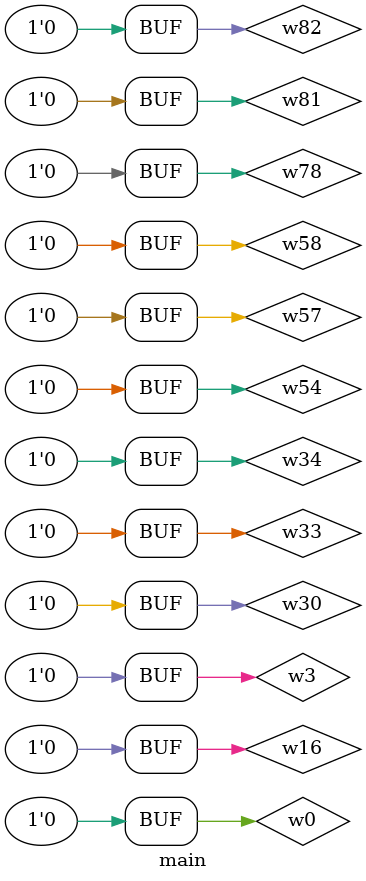
<source format=v>

module main;    //: root_module
supply0 w16;    //: /sn:0 {0}(390,96)(390,92)(371,92)(371,103){1}
supply0 w81;    //: /sn:0 {0}(525,416)(525,412)(506,412)(506,423){1}
supply0 w3;    //: /sn:0 {0}(524,93)(524,89)(505,89)(505,100){1}
supply0 w0;    //: /sn:0 {0}(261,99)(261,95)(242,95)(242,106){1}
supply0 w34;    //: /sn:0 {0}(261,207)(261,203)(242,203)(242,214){1}
supply0 w54;    //: /sn:0 {0}(391,307)(391,303)(372,303)(372,314){1}
supply0 w58;    //: /sn:0 {0}(262,310)(262,306)(243,306)(243,317){1}
supply0 w82;    //: /sn:0 {0}(262,422)(262,418)(243,418)(243,429){1}
supply0 w30;    //: /sn:0 {0}(390,204)(390,200)(371,200)(371,211){1}
supply0 w57;    //: /sn:0 {0}(525,304)(525,300)(506,300)(506,311){1}
supply0 w78;    //: /sn:0 {0}(391,419)(391,415)(372,415)(372,426){1}
supply0 w33;    //: /sn:0 {0}(524,201)(524,197)(505,197)(505,208){1}
wire w6;    //: /sn:0 {0}(495,100)(495,89)(363,89){1}
//: {2}(359,89)(234,89){3}
//: {4}(230,89)(135,89)(135,98)(-4,98){5}
//: {6}(-8,98)(-9,98)(-9,97)(-12,97){7}
//: {8}(-6,100)(-6,192){9}
//: {10}(-4,194)(230,194){11}
//: {12}(234,194)(359,194){13}
//: {14}(363,194)(495,194)(495,208){15}
//: {16}(361,196)(361,211){17}
//: {18}(232,196)(232,214){19}
//: {20}(-6,196)(-6,296){21}
//: {22}(-4,298)(231,298){23}
//: {24}(235,298)(360,298){25}
//: {26}(364,298)(496,298)(496,311){27}
//: {28}(362,300)(362,314){29}
//: {30}(233,300)(233,317){31}
//: {32}(-6,300)(-6,376)(231,376){33}
//: {34}(235,376)(360,376){35}
//: {36}(364,376)(496,376)(496,423){37}
//: {38}(362,378)(362,426){39}
//: {40}(233,378)(233,429){41}
//: {42}(232,91)(232,106){43}
//: {44}(361,91)(361,103){45}
wire w45;    //: /sn:0 /dp:1 {0}(100,79)(60,79)(60,131){1}
//: {2}(58,133)(50,133){3}
//: {4}(60,135)(60,174){5}
//: {6}(62,176)(104,176){7}
//: {8}(60,178)(60,282){9}
//: {10}(62,284)(111,284){11}
//: {12}(60,286)(60,394)(111,394){13}
wire w96;    //: /sn:0 {0}(200,65)(200,120){1}
//: {2}(202,122)(221,122){3}
//: {4}(200,124)(200,228){5}
//: {6}(202,230)(221,230){7}
//: {8}(200,232)(200,331){9}
//: {10}(202,333)(222,333){11}
//: {12}(200,335)(200,445)(222,445){13}
wire w73;    //: /sn:0 {0}(530,434)(517,434){1}
wire w7;    //: /sn:0 /dp:1 {0}(266,117)(253,117){1}
wire w60;    //: /sn:0 {0}(267,328)(254,328){1}
wire w14;    //: /sn:0 /dp:1 {0}(315,537)(293,537)(293,520){1}
wire w19;    //: /sn:0 {0}(130,462)(150,462){1}
//: {2}(152,460)(152,366){3}
//: {4}(154,364)(164,364){5}
//: {6}(152,362)(152,263){7}
//: {8}(154,261)(163,261){9}
//: {10}(152,259)(152,147)(158,147){11}
//: {12}(152,464)(152,477)(166,477){13}
wire w4;    //: /sn:0 {0}(111,289)(79,289){1}
//: {2}(77,287)(77,253){3}
//: {4}(77,249)(77,183){5}
//: {6}(79,181)(104,181){7}
//: {8}(77,179)(77,84)(100,84){9}
//: {10}(75,251)(51,251){11}
//: {12}(77,291)(77,399)(111,399){13}
wire w51;    //: /sn:0 {0}(396,325)(383,325){1}
wire w97;    //: /sn:0 {0}(330,66)(330,117){1}
//: {2}(332,119)(350,119){3}
//: {4}(330,121)(330,225){5}
//: {6}(332,227)(350,227){7}
//: {8}(330,229)(330,328){9}
//: {10}(332,330)(351,330){11}
//: {12}(330,332)(330,442)(351,442){13}
wire w64;    //: /sn:0 {0}(517,332)(527,332){1}
wire w76;    //: /sn:0 {0}(383,447)(393,447){1}
wire w75;    //: /sn:0 {0}(396,437)(383,437){1}
wire w67;    //: /sn:0 /dp:1 {0}(501,343)(501,362)(369,362){1}
//: {2}(367,360)(367,346){3}
//: {4}(365,362)(240,362){5}
//: {6}(238,360)(238,349){7}
//: {8}(236,362)(185,362){9}
wire w28;    //: /sn:0 {0}(382,232)(392,232){1}
wire w24;    //: /sn:0 {0}(560,516)(560,528)(588,528){1}
wire w23;    //: /sn:0 {0}(425,509)(433,509)(433,493){1}
//: {2}(435,491)(582,491)(582,508)(565,508){3}
//: {4}(431,491)(339,491){5}
//: {6}(335,491)(99,491){7}
//: {8}(97,489)(97,464)(109,464){9}
//: {10}(95,491)(88,491){11}
//: {12}(337,493)(337,512)(298,512){13}
wire w36;    //: /sn:0 {0}(266,225)(253,225){1}
wire w20;    //: /sn:0 {0}(382,124)(392,124){1}
wire w1;    //: /sn:0 {0}(253,127)(263,127){1}
wire w25;    //: /sn:0 {0}(529,219)(516,219){1}
wire w98;    //: /sn:0 {0}(462,66)(462,114){1}
//: {2}(464,116)(484,116){3}
//: {4}(462,118)(462,222){5}
//: {6}(464,224)(484,224){7}
//: {8}(462,226)(462,325){9}
//: {10}(464,327)(485,327){11}
//: {12}(462,329)(462,439)(485,439){13}
wire w92;    //: /sn:0 {0}(254,450)(264,450){1}
wire w40;    //: /sn:0 {0}(516,229)(526,229){1}
wire w18;    //: /sn:0 {0}(395,114)(382,114){1}
wire w68;    //: /sn:0 {0}(254,338)(264,338){1}
wire w22;    //: /sn:0 /dp:1 {0}(433,531)(420,531)(420,517){1}
wire w17;    //: /sn:0 {0}(132,397)(159,397){1}
//: {2}(163,397)(273,397){3}
//: {4}(277,397)(402,397){5}
//: {6}(406,397)(538,397)(538,429){7}
//: {8}(404,399)(404,432){9}
//: {10}(275,399)(275,435){11}
//: {12}(161,399)(161,472)(166,472){13}
wire w84;    //: /sn:0 {0}(267,440)(254,440){1}
wire w2;    //: /sn:0 /dp:1 {0}(500,240)(500,259)(368,259){1}
//: {2}(366,257)(366,243){3}
//: {4}(364,259)(239,259){5}
//: {6}(237,257)(237,246){7}
//: {8}(235,259)(184,259){9}
wire w49;    //: /sn:0 {0}(530,322)(517,322){1}
wire w44;    //: /sn:0 {0}(253,235)(263,235){1}
wire w12;    //: /sn:0 {0}(516,121)(526,121){1}
wire w11;    //: /sn:0 /dp:1 {0}(537,106)(537,82)(405,82){1}
//: {2}(401,82)(276,82){3}
//: {4}(272,82)(157,82){5}
//: {6}(153,82)(121,82){7}
//: {8}(155,84)(155,142)(158,142){9}
//: {10}(274,84)(274,112){11}
//: {12}(403,84)(403,109){13}
wire w83;    //: /sn:0 {0}(293,504)(293,442){1}
//: {2}(293,438)(293,330){3}
//: {4}(293,326)(293,227){5}
//: {6}(293,223)(293,117)(282,117){7}
//: {8}(291,225)(282,225){9}
//: {10}(291,328)(283,328){11}
//: {12}(291,440)(283,440){13}
wire w10;    //: /sn:0 {0}(529,111)(516,111){1}
wire w88;    //: /sn:0 {0}(517,444)(527,444){1}
wire w72;    //: /sn:0 {0}(560,500)(560,437){1}
//: {2}(560,433)(560,325){3}
//: {4}(560,321)(560,222){5}
//: {6}(560,218)(560,111)(545,111){7}
//: {8}(558,220)(548,220)(548,219)(545,219){9}
//: {10}(558,323)(548,323)(548,322)(546,322){11}
//: {12}(558,435)(548,435)(548,434)(546,434){13}
wire w27;    //: /sn:0 {0}(395,222)(382,222){1}
wire w5;    //: /sn:0 {0}(90,440)(97,440)(97,459)(109,459){1}
wire w86;    //: /sn:0 {0}(420,501)(420,439){1}
//: {2}(420,435)(420,327){3}
//: {4}(420,323)(420,224){5}
//: {6}(420,220)(420,114)(411,114){7}
//: {8}(418,222)(411,222){9}
//: {10}(418,325)(412,325){11}
//: {12}(418,437)(412,437){13}
wire w52;    //: /sn:0 {0}(383,335)(393,335){1}
wire w9;    //: /sn:0 {0}(179,145)(235,145){1}
//: {2}(239,145)(364,145){3}
//: {4}(368,145)(500,145)(500,132){5}
//: {6}(366,143)(366,135){7}
//: {8}(237,143)(237,138){9}
wire w50;    //: /sn:0 /dp:1 {0}(538,317)(538,287)(406,287){1}
//: {2}(402,287)(277,287){3}
//: {4}(273,287)(164,287){5}
//: {6}(160,287)(132,287){7}
//: {8}(162,289)(162,359)(164,359){9}
//: {10}(275,289)(275,323){11}
//: {12}(404,289)(404,320){13}
wire w39;    //: /sn:0 {0}(187,475)(236,475){1}
//: {2}(240,475)(365,475){3}
//: {4}(369,475)(501,475)(501,455){5}
//: {6}(367,473)(367,458){7}
//: {8}(238,473)(238,461){9}
wire w26;    //: /sn:0 /dp:1 {0}(537,214)(537,179)(405,179){1}
//: {2}(401,179)(276,179){3}
//: {4}(272,179)(161,179){5}
//: {6}(157,179)(125,179){7}
//: {8}(159,181)(159,256)(163,256){9}
//: {10}(274,181)(274,220){11}
//: {12}(403,181)(403,217){13}
//: enddecls

  //: joint g61 (w17) @(404, 397) /w:[ 6 -1 5 8 ]
  //: switch A0 (w45) @(33,133) /w:[ 3 ] /st:0
  ff g8 (.Q(w18), ._Q(w20), .D(w97), .EN(w16), .CLR(w6), .CK(w9));   //: @(366,119) /sn:0 /w:[ 1 0 3 1 45 7 ]
  bufif1 g4 (.Z(w72), .I(w10), .E(w11));   //: @(535,111) /sn:0 /w:[ 7 0 0 ]
  //: joint g86 (w11) @(155, 82) /w:[ 5 -1 6 8 ]
  and g37 (.I0(w45), .I1(!w4), .Z(w50));   //: @(122,287) /sn:0 /w:[ 11 0 7 ]
  //: joint g58 (w83) @(293, 328) /w:[ -1 4 10 3 ]
  //: joint g55 (w86) @(420, 325) /w:[ -1 4 10 3 ]
  //: joint g51 (w72) @(560, 220) /w:[ -1 6 8 5 ]
  ff g34 (.Q(w73), ._Q(w88), .D(w98), .EN(w81), .CLR(w6), .CK(w39));   //: @(501,439) /sn:0 /w:[ 1 0 13 1 37 5 ]
  bufif1 g13 (.Z(w83), .I(w36), .E(w26));   //: @(272,225) /sn:0 /w:[ 9 0 11 ]
  //: supply0 g3 (w3) @(524,99) /sn:0 /w:[ 0 ]
  //: joint g89 (w2) @(366, 259) /w:[ 1 2 4 -1 ]
  //: joint g111 (w23) @(337, 491) /w:[ 5 -1 6 12 ]
  //: joint g110 (w23) @(433, 491) /w:[ 2 -1 4 1 ]
  and g77 (.I0(w50), .I1(w19), .Z(w67));   //: @(175,362) /sn:0 /w:[ 9 5 9 ]
  and g76 (.I0(w26), .I1(w19), .Z(w2));   //: @(174,259) /sn:0 /w:[ 9 9 9 ]
  //: joint g65 (w11) @(403, 82) /w:[ 1 -1 2 12 ]
  //: supply0 g2 (w0) @(261,105) /sn:0 /w:[ 0 ]
  //: joint g59 (w83) @(293, 440) /w:[ -1 2 12 1 ]
  //: switch CS (w5) @(73,440) /w:[ 0 ] /st:0
  //: joint g72 (w4) @(77, 289) /w:[ 1 2 -1 12 ]
  bufif1 g1 (.Z(w83), .I(w7), .E(w11));   //: @(272,117) /sn:0 /w:[ 7 0 11 ]
  //: joint g99 (w6) @(-6, 194) /w:[ 10 9 -1 20 ]
  //: joint g98 (w6) @(361, 194) /w:[ 14 -1 13 16 ]
  //: joint g64 (w50) @(404, 287) /w:[ 1 -1 2 12 ]
  //: joint g96 (w6) @(-6, 98) /w:[ 5 -1 6 8 ]
  ff g16 (.Q(w25), ._Q(w40), .D(w98), .EN(w33), .CLR(w6), .CK(w2));   //: @(500,224) /sn:0 /w:[ 1 0 7 1 15 0 ]
  //: supply0 g11 (w33) @(524,207) /sn:0 /w:[ 0 ]
  //: joint g103 (w6) @(233, 376) /w:[ 34 -1 33 40 ]
  //: joint g87 (w9) @(366, 145) /w:[ 4 6 3 -1 ]
  and g78 (.I0(w17), .I1(w19), .Z(w39));   //: @(177,475) /sn:0 /w:[ 13 13 0 ]
  led g50 (.I(w24));   //: @(595,528) /sn:0 /R:3 /w:[ 1 ] /type:0
  ff g28 (.Q(w75), ._Q(w76), .D(w97), .EN(w78), .CLR(w6), .CK(w39));   //: @(367,442) /sn:0 /w:[ 1 0 13 1 39 7 ]
  ff g10 (.Q(w27), ._Q(w28), .D(w97), .EN(w30), .CLR(w6), .CK(w2));   //: @(366,227) /sn:0 /w:[ 1 0 7 1 17 3 ]
  //: supply0 g32 (w78) @(391,425) /sn:0 /w:[ 0 ]
  bufif1 g27 (.Z(w72), .I(w73), .E(w17));   //: @(536,434) /sn:0 /w:[ 13 0 7 ]
  ff g19 (.Q(w51), ._Q(w52), .D(w97), .EN(w54), .CLR(w6), .CK(w67));   //: @(367,330) /sn:0 /w:[ 1 0 11 1 29 3 ]
  //: joint g102 (w6) @(-6, 298) /w:[ 22 21 -1 32 ]
  //: joint g69 (w45) @(60, 133) /w:[ -1 1 2 4 ]
  and g38 (.I0(!w45), .I1(w4), .Z(w26));   //: @(115,179) /sn:0 /w:[ 7 7 7 ]
  //: switch B2 (w96) @(200,52) /R:3 /w:[ 0 ] /st:0
  //: supply0 g6 (w16) @(390,102) /sn:0 /w:[ 0 ]
  and g75 (.I0(w11), .I1(w19), .Z(w9));   //: @(169,145) /sn:0 /w:[ 9 11 0 ]
  //: joint g57 (w83) @(293, 225) /w:[ -1 6 8 5 ]
  //: joint g53 (w72) @(560, 435) /w:[ -1 2 12 1 ]
  bufif1 g9 (.Z(w72), .I(w25), .E(w26));   //: @(535,219) /sn:0 /w:[ 9 0 0 ]
  bufif1 g7 (.Z(w86), .I(w18), .E(w11));   //: @(401,114) /sn:0 /w:[ 7 0 13 ]
  //: joint g71 (w45) @(60, 284) /w:[ 10 9 -1 12 ]
  bufif1 g31 (.Z(w83), .I(w84), .E(w17));   //: @(273,440) /sn:0 /w:[ 13 0 11 ]
  //: supply0 g20 (w57) @(525,310) /sn:0 /w:[ 0 ]
  bufif1 g15 (.Z(w86), .I(w27), .E(w26));   //: @(401,222) /sn:0 /w:[ 9 0 13 ]
  //: joint g68 (w26) @(274, 179) /w:[ 3 -1 4 10 ]
  //: joint g67 (w26) @(403, 179) /w:[ 1 -1 2 12 ]
  //: switch B1 (w97) @(330,53) /R:3 /w:[ 0 ] /st:0
  //: joint g39 (w96) @(200, 333) /w:[ 10 9 -1 12 ]
  led g48 (.I(w14));   //: @(322,537) /sn:0 /R:3 /w:[ 0 ] /type:0
  //: joint g43 (w97) @(330, 227) /w:[ 6 5 -1 8 ]
  //: joint g104 (w6) @(362, 376) /w:[ 36 -1 35 38 ]
  //: joint g88 (w9) @(237, 145) /w:[ 2 8 1 -1 ]
  //: joint g73 (w4) @(77, 251) /w:[ -1 4 10 3 ]
  //: joint g62 (w17) @(275, 397) /w:[ 4 -1 3 10 ]
  //: supply0 g29 (w81) @(525,422) /sn:0 /w:[ 0 ]
  ff g25 (.Q(w49), ._Q(w64), .D(w98), .EN(w57), .CLR(w6), .CK(w67));   //: @(501,327) /sn:0 /w:[ 1 0 11 1 27 0 ]
  ff g17 (.Q(w36), ._Q(w44), .D(w96), .EN(w34), .CLR(w6), .CK(w2));   //: @(237,230) /sn:0 /w:[ 1 0 7 1 19 7 ]
  bufif1 g107 (.Z(w22), .I(w86), .E(w23));   //: @(420,507) /sn:0 /R:3 /w:[ 1 0 0 ]
  bufif1 g106 (.Z(w14), .I(w83), .E(w23));   //: @(293,510) /sn:0 /R:3 /w:[ 1 0 13 ]
  //: joint g63 (w50) @(275, 287) /w:[ 3 -1 4 10 ]
  //: joint g52 (w72) @(560, 323) /w:[ -1 4 10 3 ]
  //: joint g42 (w97) @(330, 330) /w:[ 10 9 -1 12 ]
  //: joint g83 (w50) @(162, 287) /w:[ 5 -1 6 8 ]
  //: joint g109 (w23) @(97, 491) /w:[ 7 8 10 -1 ]
  //: joint g100 (w6) @(233, 298) /w:[ 24 -1 23 30 ]
  //: joint g74 (w4) @(77, 181) /w:[ 6 8 -1 5 ]
  //: joint g56 (w86) @(420, 437) /w:[ -1 2 12 1 ]
  //: supply0 g14 (w30) @(390,210) /sn:0 /w:[ 0 ]
  ff g5 (.Q(w10), ._Q(w12), .D(w98), .EN(w3), .CLR(w6), .CK(w9));   //: @(500,116) /sn:0 /w:[ 1 0 3 1 0 5 ]
  //: joint g95 (w6) @(232, 89) /w:[ 3 -1 4 42 ]
  //: joint g94 (w6) @(361, 89) /w:[ 1 -1 2 44 ]
  //: joint g80 (w39) @(238, 475) /w:[ 2 8 1 -1 ]
  //: joint g79 (w39) @(367, 475) /w:[ 4 6 3 -1 ]
  //: joint g47 (w98) @(462, 116) /w:[ 2 1 -1 4 ]
  //: joint g44 (w97) @(330, 119) /w:[ 2 1 -1 4 ]
  //: joint g105 (w19) @(152, 462) /w:[ -1 2 1 12 ]
  //: switch Reset (w6) @(-29,97) /w:[ 7 ] /st:1
  //: joint g92 (w67) @(238, 362) /w:[ 5 6 8 -1 ]
  //: joint g85 (w26) @(159, 179) /w:[ 5 -1 6 8 ]
  //: joint g84 (w19) @(152, 261) /w:[ 8 10 -1 7 ]
  and g36 (.I0(w45), .I1(w4), .Z(w17));   //: @(122,397) /sn:0 /w:[ 13 13 0 ]
  bufif1 g24 (.Z(w86), .I(w51), .E(w50));   //: @(402,325) /sn:0 /w:[ 11 0 13 ]
  //: supply0 g21 (w58) @(262,316) /sn:0 /w:[ 0 ]
  //: joint g41 (w96) @(200, 122) /w:[ 2 1 -1 4 ]
  //: supply0 g23 (w54) @(391,313) /sn:0 /w:[ 0 ]
  and g93 (.I0(w5), .I1(!w23), .Z(w19));   //: @(120,462) /sn:0 /w:[ 1 9 0 ]
  //: joint g101 (w6) @(362, 298) /w:[ 26 -1 25 28 ]
  //: joint g81 (w17) @(161, 397) /w:[ 2 -1 1 12 ]
  and g60 (.I0(!w45), .I1(!w4), .Z(w11));   //: @(111,82) /sn:0 /w:[ 0 9 7 ]
  //: switch A1 (w4) @(34,251) /w:[ 11 ] /st:0
  //: joint g54 (w86) @(420, 222) /w:[ -1 6 8 5 ]
  //: joint g40 (w96) @(200, 230) /w:[ 6 5 -1 8 ]
  //: switch RW (w23) @(71,491) /w:[ 11 ] /st:1
  //: joint g90 (w2) @(237, 259) /w:[ 5 6 8 -1 ]
  //: joint g70 (w45) @(60, 176) /w:[ 6 5 -1 8 ]
  //: joint g46 (w98) @(462, 224) /w:[ 6 5 -1 8 ]
  //: joint g45 (w98) @(462, 327) /w:[ 10 9 -1 12 ]
  ff g35 (.Q(w84), ._Q(w92), .D(w96), .EN(w82), .CLR(w6), .CK(w39));   //: @(238,445) /sn:0 /w:[ 1 0 13 1 41 9 ]
  ff g26 (.Q(w60), ._Q(w68), .D(w96), .EN(w58), .CLR(w6), .CK(w67));   //: @(238,333) /sn:0 /w:[ 1 0 11 1 31 7 ]
  bufif1 g22 (.Z(w83), .I(w60), .E(w50));   //: @(273,328) /sn:0 /w:[ 11 0 11 ]
  ff g0 (.Q(w7), ._Q(w1), .D(w96), .EN(w0), .CLR(w6), .CK(w9));   //: @(237,122) /sn:0 /w:[ 1 0 3 1 43 9 ]
  //: joint g97 (w6) @(232, 194) /w:[ 12 -1 11 18 ]
  //: joint g82 (w19) @(152, 364) /w:[ 4 6 -1 3 ]
  //: joint g66 (w11) @(274, 82) /w:[ 3 -1 4 10 ]
  bufif1 g18 (.Z(w72), .I(w49), .E(w50));   //: @(536,322) /sn:0 /w:[ 11 0 0 ]
  //: supply0 g12 (w34) @(261,213) /sn:0 /w:[ 0 ]
  bufif1 g108 (.Z(w24), .I(w72), .E(w23));   //: @(560,506) /sn:0 /R:3 /w:[ 0 0 3 ]
  //: joint g91 (w67) @(367, 362) /w:[ 1 2 4 -1 ]
  //: switch B0 (w98) @(462,53) /R:3 /w:[ 0 ] /st:0
  bufif1 g33 (.Z(w86), .I(w75), .E(w17));   //: @(402,437) /sn:0 /w:[ 13 0 9 ]
  //: supply0 g30 (w82) @(262,428) /sn:0 /w:[ 0 ]
  led g49 (.I(w22));   //: @(440,531) /sn:0 /R:3 /w:[ 0 ] /type:0

endmodule

</source>
